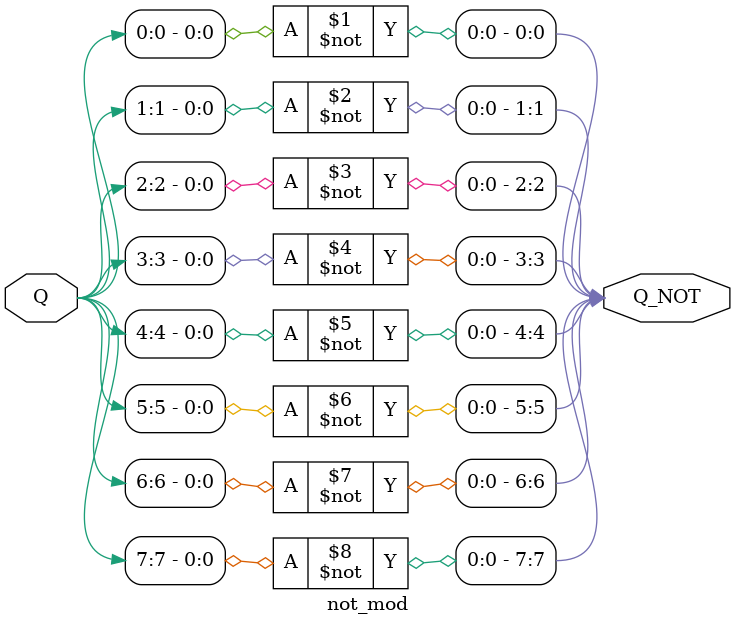
<source format=v>
`timescale 1ns / 1ps

module not_mod( Q, Q_NOT
    );
	 parameter size =8;
	 input [size-1:0] Q;
	 output [size-1:0] Q_NOT;
	 
	 genvar i;
	 generate
		for(i=0; i<size; i=i+1) begin: notblock
		not	   not1		(Q_NOT[i], Q[i]);
		end
	 endgenerate




endmodule

</source>
